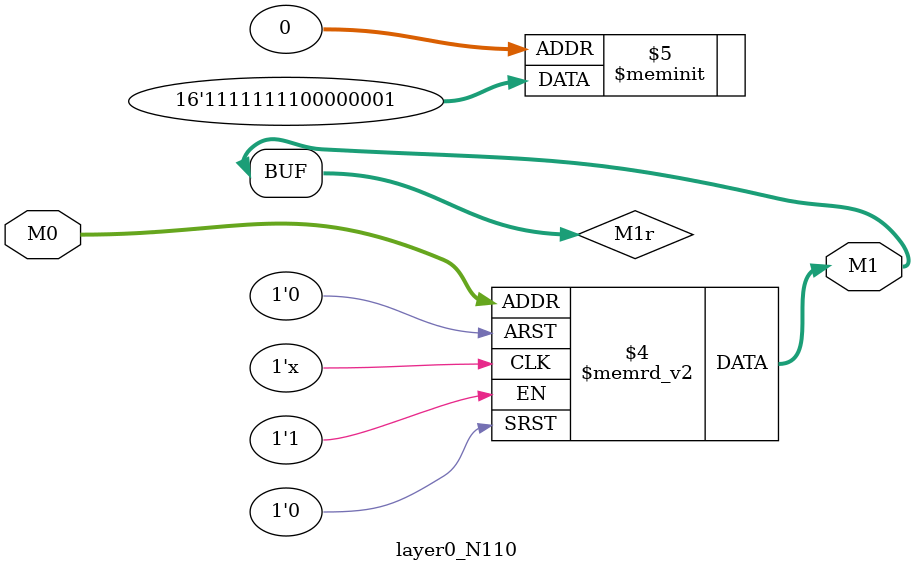
<source format=v>
module layer0_N110 ( input [2:0] M0, output [1:0] M1 );

	(*rom_style = "distributed" *) reg [1:0] M1r;
	assign M1 = M1r;
	always @ (M0) begin
		case (M0)
			3'b000: M1r = 2'b01;
			3'b100: M1r = 2'b11;
			3'b010: M1r = 2'b00;
			3'b110: M1r = 2'b11;
			3'b001: M1r = 2'b00;
			3'b101: M1r = 2'b11;
			3'b011: M1r = 2'b00;
			3'b111: M1r = 2'b11;

		endcase
	end
endmodule

</source>
